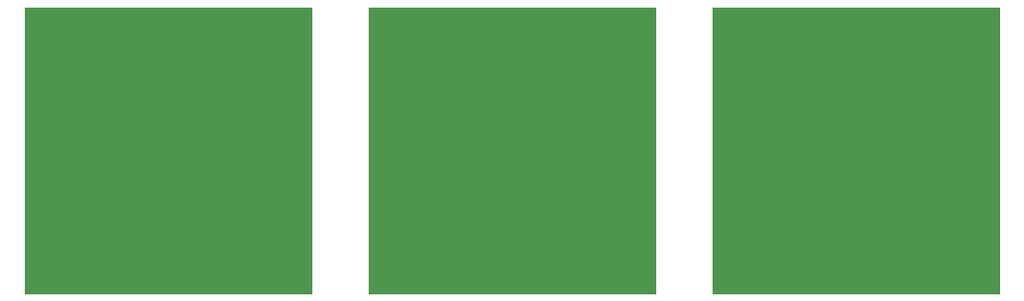
<source format=gbr>
%TF.GenerationSoftware,KiCad,Pcbnew,(5.1.9-0-10_14)*%
%TF.CreationDate,2024-01-14T18:13:30-08:00*%
%TF.ProjectId,Palette,50616c65-7474-4652-9e6b-696361645f70,rev?*%
%TF.SameCoordinates,Original*%
%TF.FileFunction,Soldermask,Bot*%
%TF.FilePolarity,Negative*%
%FSLAX46Y46*%
G04 Gerber Fmt 4.6, Leading zero omitted, Abs format (unit mm)*
G04 Created by KiCad (PCBNEW (5.1.9-0-10_14)) date 2024-01-14 18:13:30*
%MOMM*%
%LPD*%
G01*
G04 APERTURE LIST*
%ADD10C,0.100000*%
G04 APERTURE END LIST*
D10*
G36*
X164338000Y-89408000D02*
G01*
X138938000Y-89408000D01*
X138938000Y-64008000D01*
X164338000Y-64008000D01*
X164338000Y-89408000D01*
G37*
X164338000Y-89408000D02*
X138938000Y-89408000D01*
X138938000Y-64008000D01*
X164338000Y-64008000D01*
X164338000Y-89408000D01*
G36*
X133858000Y-89408000D02*
G01*
X108458000Y-89408000D01*
X108458000Y-64008000D01*
X133858000Y-64008000D01*
X133858000Y-89408000D01*
G37*
X133858000Y-89408000D02*
X108458000Y-89408000D01*
X108458000Y-64008000D01*
X133858000Y-64008000D01*
X133858000Y-89408000D01*
G36*
X194818000Y-89408000D02*
G01*
X169418000Y-89408000D01*
X169418000Y-64008000D01*
X194818000Y-64008000D01*
X194818000Y-89408000D01*
G37*
X194818000Y-89408000D02*
X169418000Y-89408000D01*
X169418000Y-64008000D01*
X194818000Y-64008000D01*
X194818000Y-89408000D01*
M02*

</source>
